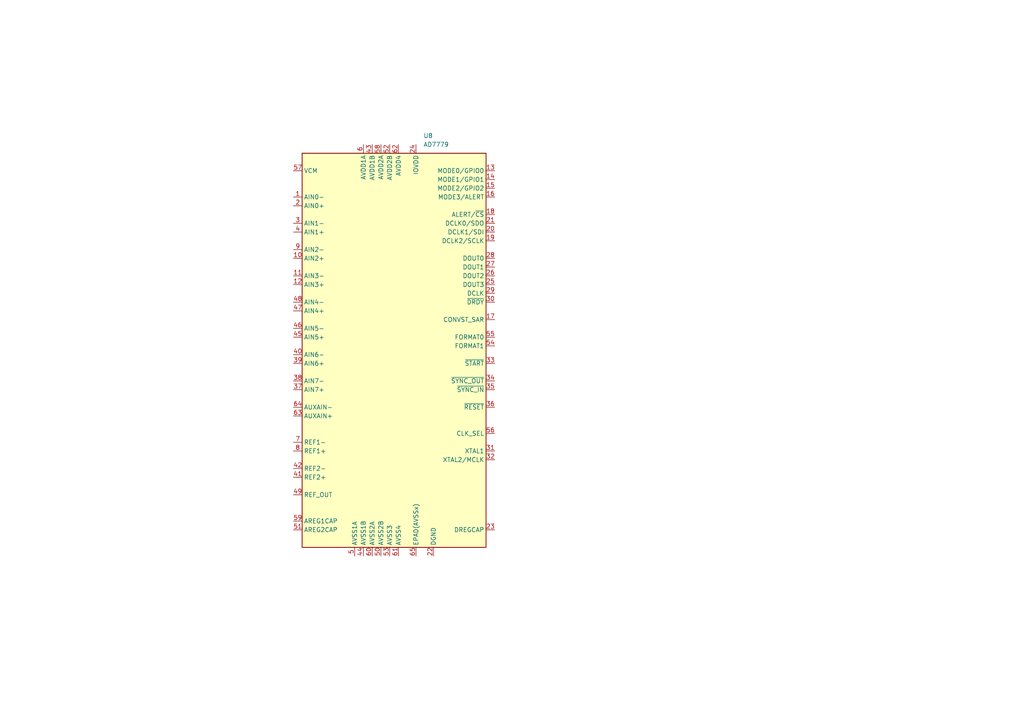
<source format=kicad_sch>
(kicad_sch (version 20250114) (generator "eeschema") (generator_version "9.0")
  (paper "A4")
  (lib_symbols
    (symbol "Analog_ADC:AD7779"
      (property "Reference" "U" (at -26.416 59.944 0))
      (property "Value" "AD7779" (at 21.082 59.944 0))
      (symbol "AD7779_1_1"
        (rectangle (start -27.94 58.42) (end 25.4 -55.88) (stroke (width 0.254)) (fill (type background)))
        (pin output line (at -30.48 53.34 0) (length 2.54) (name "VCM") (number "57"))
        (pin input line (at -30.48 45.72 0) (length 2.54) (name "AIN0-") (number "1"))
        (pin input line (at -30.48 43.18 0) (length 2.54) (name "AIN0+") (number "2"))
        (pin input line (at -30.48 38.1 0) (length 2.54) (name "AIN1-") (number "3"))
        (pin input line (at -30.48 35.56 0) (length 2.54) (name "AIN1+") (number "4"))
        (pin input line (at -30.48 30.48 0) (length 2.54) (name "AIN2-") (number "9"))
        (pin input line (at -30.48 27.94 0) (length 2.54) (name "AIN2+") (number "10"))
        (pin input line (at -30.48 22.86 0) (length 2.54) (name "AIN3-") (number "11"))
        (pin input line (at -30.48 20.32 0) (length 2.54) (name "AIN3+") (number "12"))
        (pin input line (at -30.48 15.24 0) (length 2.54) (name "AIN4-") (number "48"))
        (pin input line (at -30.48 12.7 0) (length 2.54) (name "AIN4+") (number "47"))
        (pin input line (at -30.48 7.62 0) (length 2.54) (name "AIN5-") (number "46"))
        (pin input line (at -30.48 5.08 0) (length 2.54) (name "AIN5+") (number "45"))
        (pin input line (at -30.48 0 0) (length 2.54) (name "AIN6-") (number "40"))
        (pin input line (at -30.48 -2.54 0) (length 2.54) (name "AIN6+") (number "39"))
        (pin input line (at -30.48 -7.62 0) (length 2.54) (name "AIN7-") (number "38"))
        (pin input line (at -30.48 -10.16 0) (length 2.54) (name "AIN7+") (number "37"))
        (pin input line (at -30.48 -15.24 0) (length 2.54) (name "AUXAIN-") (number "64"))
        (pin input line (at -30.48 -17.78 0) (length 2.54) (name "AUXAIN+") (number "63"))
        (pin input line (at -30.48 -25.4 0) (length 2.54) (name "REF1-") (number "7"))
        (pin input line (at -30.48 -27.94 0) (length 2.54) (name "REF1+") (number "8"))
        (pin input line (at -30.48 -33.02 0) (length 2.54) (name "REF2-") (number "42"))
        (pin input line (at -30.48 -35.56 0) (length 2.54) (name "REF2+") (number "41"))
        (pin output line (at -30.48 -40.64 0) (length 2.54) (name "REF_OUT") (number "49"))
        (pin passive line (at -30.48 -48.26 0) (length 2.54) (name "AREG1CAP") (number "59"))
        (pin passive line (at -30.48 -50.8 0) (length 2.54) (name "AREG2CAP") (number "51"))
        (pin power_in line (at -12.7 -58.42 90) (length 2.54) (name "AVSS1A") (number "5"))
        (pin power_in line (at -10.16 60.96 270) (length 2.54) (name "AVDD1A") (number "6"))
        (pin power_in line (at -10.16 -58.42 90) (length 2.54) (name "AVSS1B") (number "44"))
        (pin power_in line (at -7.62 60.96 270) (length 2.54) (name "AVDD1B") (number "43"))
        (pin power_in line (at -7.62 -58.42 90) (length 2.54) (name "AVSS2A") (number "60"))
        (pin power_in line (at -5.08 60.96 270) (length 2.54) (name "AVDD2A") (number "58"))
        (pin power_in line (at -5.08 -58.42 90) (length 2.54) (name "AVSS2B") (number "50"))
        (pin power_in line (at -2.54 60.96 270) (length 2.54) (name "AVDD2B") (number "52"))
        (pin power_in line (at -2.54 -58.42 90) (length 2.54) (name "AVSS3") (number "53"))
        (pin power_in line (at 0 60.96 270) (length 2.54) (name "AVDD4") (number "62"))
        (pin power_in line (at 0 -58.42 90) (length 2.54) (name "AVSS4") (number "61"))
        (pin power_in line (at 5.08 60.96 270) (length 2.54) (name "IOVDD") (number "24"))
        (pin power_in line (at 5.08 -58.42 90) (length 2.54) (name "EPAD(AVSSx)") (number "65"))
        (pin power_in line (at 10.16 -58.42 90) (length 2.54) (name "DGND") (number "22"))
        (pin bidirectional line (at 27.94 53.34 180) (length 2.54) (name "MODE0/GPIO0") (number "13"))
        (pin bidirectional line (at 27.94 50.8 180) (length 2.54) (name "MODE1/GPIO1") (number "14"))
        (pin bidirectional line (at 27.94 48.26 180) (length 2.54) (name "MODE2/GPIO2") (number "15"))
        (pin bidirectional line (at 27.94 45.72 180) (length 2.54) (name "MODE3/ALERT") (number "16"))
        (pin bidirectional line (at 27.94 40.64 180) (length 2.54) (name "ALERT/~{CS}") (number "18"))
        (pin bidirectional line (at 27.94 38.1 180) (length 2.54) (name "DCLK0/SDO") (number "21"))
        (pin input line (at 27.94 35.56 180) (length 2.54) (name "DCLK1/SDI") (number "20"))
        (pin input line (at 27.94 33.02 180) (length 2.54) (name "DCLK2/SCLK") (number "19"))
        (pin output line (at 27.94 27.94 180) (length 2.54) (name "DOUT0") (number "28"))
        (pin output line (at 27.94 25.4 180) (length 2.54) (name "DOUT1") (number "27"))
        (pin bidirectional line (at 27.94 22.86 180) (length 2.54) (name "DOUT2") (number "26"))
        (pin bidirectional line (at 27.94 20.32 180) (length 2.54) (name "DOUT3") (number "25"))
        (pin output line (at 27.94 17.78 180) (length 2.54) (name "DCLK") (number "29"))
        (pin output line (at 27.94 15.24 180) (length 2.54) (name "~{DRDY}") (number "30"))
        (pin input line (at 27.94 10.16 180) (length 2.54) (name "CONVST_SAR") (number "17"))
        (pin input line (at 27.94 5.08 180) (length 2.54) (name "FORMAT0") (number "55"))
        (pin input line (at 27.94 2.54 180) (length 2.54) (name "FORMAT1") (number "54"))
        (pin input line (at 27.94 -2.54 180) (length 2.54) (name "~{START}") (number "33"))
        (pin output line (at 27.94 -7.62 180) (length 2.54) (name "~{SYNC_OUT}") (number "34"))
        (pin input line (at 27.94 -10.16 180) (length 2.54) (name "~{SYNC_IN}") (number "35"))
        (pin input line (at 27.94 -15.24 180) (length 2.54) (name "~{RESET}") (number "36"))
        (pin input line (at 27.94 -22.86 180) (length 2.54) (name "CLK_SEL") (number "56"))
        (pin passive line (at 27.94 -27.94 180) (length 2.54) (name "XTAL1") (number "31"))
        (pin input line (at 27.94 -30.48 180) (length 2.54) (name "XTAL2/MCLK") (number "32"))
        (pin passive line (at 27.94 -50.8 180) (length 2.54) (name "DREGCAP") (number "23"))
      )
    )
  )
  (symbol (lib_id "Analog_ADC:AD7779") (at 115.57 102.87 0) (unit 1)
    (property "Reference" "U8" (at 122.7933 39.37 0) (effects (justify left)))
    (property "Value" "AD7779" (at 122.7933 41.91 0) (effects (justify left)))
    (property "Footprint" "Package_DFN_QFN:QFN-64-1EP_9x9mm_P0.5mm_EP7.65x7.65mm" (effects (hide yes)))
    (property "Datasheet" "https://www.analog.com/media/en/technical-documentation/data-sheets/ad7779.pdf" (effects (hide yes)))
    (property "Description" "8-Channel, 24-bit, Simultaneous Sampling ADC, WQFN-64 (LFCSP-64)" (effects (hide yes)))
  )
)
</source>
